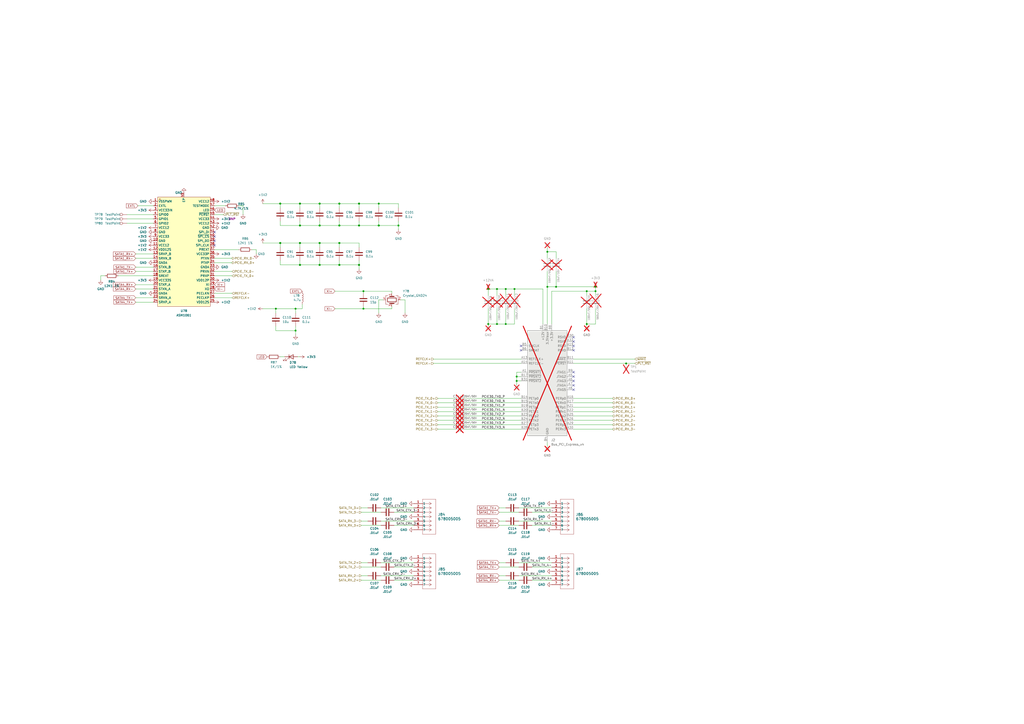
<source format=kicad_sch>
(kicad_sch (version 20250114) (generator "eeschema") (generator_version "9.0")
  (paper "A2")
  (title_block (title "Primer Carrier for LattePanda Mu") (date "2024-03-13") (rev "V1.0.0") (company "DFRobot"))
  (junction (at 210.82 179.07))
  (junction (at 196.85 153.67) (diameter 1.016))
  (junction (at 173.99 140.97) (diameter 1.016))
  (junction (at 299.72 220.98))
  (junction (at 363.22 210.82))
  (junction (at 283.21 187.96))
  (junction (at 196.85 118.11) (diameter 1.016))
  (junction (at 340.36 187.96))
  (junction (at 171.45 191.77))
  (junction (at 160.02 179.07))
  (junction (at 219.71 118.11))
  (junction (at 208.28 130.81) (diameter 1.016))
  (junction (at 299.72 218.44))
  (junction (at 345.44 168.91))
  (junction (at 345.44 166.37))
  (junction (at 162.56 140.97) (diameter 1.016))
  (junction (at 162.56 118.11) (diameter 1.016))
  (junction (at 171.45 179.07))
  (junction (at 196.85 130.81) (diameter 1.016))
  (junction (at 185.42 130.81) (diameter 1.016))
  (junction (at 210.82 168.91))
  (junction (at 219.71 130.81) (diameter 1.016))
  (junction (at 322.58 166.37))
  (junction (at 196.85 140.97) (diameter 1.016))
  (junction (at 298.45 167.64))
  (junction (at 208.28 118.11) (diameter 1.016))
  (junction (at 185.42 140.97) (diameter 1.016))
  (junction (at 231.14 130.81))
  (junction (at 293.37 187.96))
  (junction (at 208.28 153.67) (diameter 1.016))
  (junction (at 317.5 166.37))
  (junction (at 340.36 168.91))
  (junction (at 293.37 167.64))
  (junction (at 288.29 187.96))
  (junction (at 173.99 130.81) (diameter 1.016))
  (junction (at 288.29 167.64))
  (junction (at 185.42 118.11) (diameter 1.016))
  (junction (at 283.21 167.64))
  (junction (at 185.42 153.67) (diameter 1.016))
  (junction (at 173.99 118.11) (diameter 1.016))
  (junction (at 173.99 153.67) (diameter 1.016))
  (junction (at 317.5 146.05))
  (no_connect (at 302.26 200.66))
  (no_connect (at 332.74 215.9))
  (no_connect (at 332.74 218.44))
  (no_connect (at 124.46 134.62))
  (no_connect (at 332.74 220.98))
  (no_connect (at 332.74 226.06))
  (no_connect (at 124.46 139.7))
  (no_connect (at 332.74 198.12))
  (no_connect (at 332.74 223.52))
  (no_connect (at 124.46 142.24))
  (no_connect (at 124.46 137.16))
  (no_connect (at 302.26 203.2))
  (no_connect (at 332.74 195.58))
  (no_connect (at 332.74 200.66))
  (no_connect (at 332.74 203.2))
  (wire (pts (xy 196.85 118.11) (xy 208.28 118.11)))
  (wire (pts (xy 209.55 294.64) (xy 213.36 294.64)))
  (wire (pts (xy 185.42 140.97) (xy 185.42 143.51)))
  (wire (pts (xy 293.37 167.64) (xy 293.37 171.45)))
  (wire (pts (xy 196.85 140.97) (xy 208.28 140.97)))
  (wire (pts (xy 254 243.84) (xy 264.16 243.84)))
  (wire (pts (xy 58.42 160.02) (xy 60.96 160.02)))
  (wire (pts (xy 173.99 118.11) (xy 173.99 120.65)))
  (wire (pts (xy 269.24 238.76) (xy 302.26 238.76)))
  (wire (pts (xy 78.74 172.72) (xy 88.9 172.72)))
  (wire (pts (xy 300.99 334.01) (xy 320.04 334.01)))
  (wire (pts (xy 299.72 218.44) (xy 299.72 220.98)))
  (wire (pts (xy 289.56 302.26) (xy 293.37 302.26)))
  (wire (pts (xy 210.82 168.91) (xy 227.33 168.91)))
  (wire (pts (xy 185.42 118.11) (xy 196.85 118.11)))
  (wire (pts (xy 162.56 118.11) (xy 162.56 120.65)))
  (wire (pts (xy 308.61 297.18) (xy 320.04 297.18)))
  (wire (pts (xy 298.45 187.96) (xy 293.37 187.96)))
  (wire (pts (xy 322.58 146.05) (xy 317.5 146.05)))
  (wire (pts (xy 124.46 170.18) (xy 134.62 170.18)))
  (wire (pts (xy 165.1 207.01) (xy 162.56 207.01)))
  (wire (pts (xy 78.74 147.32) (xy 88.9 147.32)))
  (wire (pts (xy 254 238.76) (xy 264.16 238.76)))
  (wire (pts (xy 289.56 326.39) (xy 293.37 326.39)))
  (wire (pts (xy 172.72 207.01) (xy 173.99 207.01)))
  (wire (pts (xy 332.74 243.84) (xy 355.6 243.84)))
  (wire (pts (xy 173.99 130.81) (xy 185.42 130.81)))
  (wire (pts (xy 173.99 118.11) (xy 185.42 118.11)))
  (wire (pts (xy 314.96 187.96) (xy 314.96 167.64)))
  (wire (pts (xy 288.29 167.64) (xy 293.37 167.64)))
  (wire (pts (xy 208.28 140.97) (xy 208.28 143.51)))
  (wire (pts (xy 220.98 294.64) (xy 240.03 294.64)))
  (wire (pts (xy 332.74 236.22) (xy 355.6 236.22)))
  (wire (pts (xy 209.55 297.18) (xy 220.98 297.18)))
  (wire (pts (xy 78.74 175.26) (xy 88.9 175.26)))
  (wire (pts (xy 269.24 233.68) (xy 302.26 233.68)))
  (wire (pts (xy 130.81 119.38) (xy 124.46 119.38)))
  (wire (pts (xy 317.5 166.37) (xy 322.58 166.37)))
  (wire (pts (xy 185.42 130.81) (xy 196.85 130.81)))
  (wire (pts (xy 293.37 187.96) (xy 288.29 187.96)))
  (wire (pts (xy 308.61 304.8) (xy 320.04 304.8)))
  (wire (pts (xy 185.42 153.67) (xy 196.85 153.67)))
  (wire (pts (xy 219.71 173.99) (xy 219.71 181.61)))
  (wire (pts (xy 88.9 160.02) (xy 68.58 160.02)))
  (wire (pts (xy 162.56 140.97) (xy 173.99 140.97)))
  (wire (pts (xy 308.61 328.93) (xy 320.04 328.93)))
  (wire (pts (xy 317.5 157.48) (xy 317.5 166.37)))
  (wire (pts (xy 138.43 144.78) (xy 124.46 144.78)))
  (wire (pts (xy 210.82 168.91) (xy 210.82 170.18)))
  (wire (pts (xy 73.66 127) (xy 88.9 127)))
  (wire (pts (xy 134.62 160.02) (xy 124.46 160.02)))
  (wire (pts (xy 345.44 168.91) (xy 345.44 171.45)))
  (wire (pts (xy 140.97 119.38) (xy 140.97 124.46)))
  (wire (pts (xy 314.96 167.64) (xy 298.45 167.64)))
  (wire (pts (xy 317.5 256.54) (xy 317.5 259.08)))
  (wire (pts (xy 332.74 248.92) (xy 355.6 248.92)))
  (wire (pts (xy 302.26 215.9) (xy 299.72 215.9)))
  (wire (pts (xy 220.98 326.39) (xy 240.03 326.39)))
  (wire (pts (xy 289.56 297.18) (xy 300.99 297.18)))
  (wire (pts (xy 228.6 304.8) (xy 240.03 304.8)))
  (wire (pts (xy 332.74 233.68) (xy 355.6 233.68)))
  (wire (pts (xy 234.95 173.99) (xy 232.41 173.99)))
  (wire (pts (xy 231.14 118.11) (xy 219.71 118.11)))
  (wire (pts (xy 340.36 168.91) (xy 340.36 171.45)))
  (wire (pts (xy 228.6 297.18) (xy 240.03 297.18)))
  (wire (pts (xy 299.72 215.9) (xy 299.72 218.44)))
  (wire (pts (xy 269.24 231.14) (xy 302.26 231.14)))
  (wire (pts (xy 138.43 119.38) (xy 140.97 119.38)))
  (wire (pts (xy 134.62 157.48) (xy 124.46 157.48)))
  (wire (pts (xy 208.28 130.81) (xy 219.71 130.81)))
  (wire (pts (xy 160.02 191.77) (xy 171.45 191.77)))
  (wire (pts (xy 185.42 128.27) (xy 185.42 130.81)))
  (wire (pts (xy 209.55 328.93) (xy 220.98 328.93)))
  (wire (pts (xy 332.74 210.82) (xy 363.22 210.82)))
  (wire (pts (xy 73.66 124.46) (xy 88.9 124.46)))
  (wire (pts (xy 219.71 130.81) (xy 219.71 128.27)))
  (wire (pts (xy 208.28 128.27) (xy 208.28 130.81)))
  (wire (pts (xy 317.5 143.51) (xy 317.5 146.05)))
  (wire (pts (xy 340.36 168.91) (xy 345.44 168.91)))
  (wire (pts (xy 345.44 168.91) (xy 345.44 166.37)))
  (wire (pts (xy 209.55 302.26) (xy 213.36 302.26)))
  (wire (pts (xy 124.46 172.72) (xy 134.62 172.72)))
  (wire (pts (xy 208.28 118.11) (xy 219.71 118.11)))
  (wire (pts (xy 228.6 336.55) (xy 240.03 336.55)))
  (wire (pts (xy 185.42 118.11) (xy 185.42 120.65)))
  (wire (pts (xy 124.46 124.46) (xy 129.54 124.46)))
  (wire (pts (xy 254 248.92) (xy 264.16 248.92)))
  (wire (pts (xy 78.74 154.94) (xy 88.9 154.94)))
  (wire (pts (xy 302.26 218.44) (xy 299.72 218.44)))
  (wire (pts (xy 209.55 334.01) (xy 213.36 334.01)))
  (wire (pts (xy 196.85 130.81) (xy 208.28 130.81)))
  (wire (pts (xy 269.24 246.38) (xy 302.26 246.38)))
  (wire (pts (xy 185.42 151.13) (xy 185.42 153.67)))
  (wire (pts (xy 320.04 168.91) (xy 340.36 168.91)))
  (wire (pts (xy 173.99 151.13) (xy 173.99 153.67)))
  (wire (pts (xy 162.56 140.97) (xy 162.56 143.51)))
  (wire (pts (xy 308.61 336.55) (xy 320.04 336.55)))
  (wire (pts (xy 289.56 294.64) (xy 293.37 294.64)))
  (wire (pts (xy 208.28 153.67) (xy 208.28 151.13)))
  (wire (pts (xy 300.99 294.64) (xy 320.04 294.64)))
  (wire (pts (xy 332.74 231.14) (xy 355.6 231.14)))
  (wire (pts (xy 148.59 144.78) (xy 146.05 144.78)))
  (wire (pts (xy 283.21 187.96) (xy 283.21 189.23)))
  (wire (pts (xy 332.74 238.76) (xy 355.6 238.76)))
  (wire (pts (xy 298.45 171.45) (xy 298.45 167.64)))
  (wire (pts (xy 332.74 246.38) (xy 355.6 246.38)))
  (wire (pts (xy 160.02 179.07) (xy 171.45 179.07)))
  (wire (pts (xy 269.24 243.84) (xy 302.26 243.84)))
  (wire (pts (xy 219.71 118.11) (xy 219.71 120.65)))
  (wire (pts (xy 173.99 128.27) (xy 173.99 130.81)))
  (wire (pts (xy 283.21 167.64) (xy 288.29 167.64)))
  (wire (pts (xy 289.56 328.93) (xy 300.99 328.93)))
  (wire (pts (xy 196.85 153.67) (xy 208.28 153.67)))
  (wire (pts (xy 288.29 179.07) (xy 288.29 187.96)))
  (wire (pts (xy 171.45 179.07) (xy 171.45 181.61)))
  (wire (pts (xy 152.4 179.07) (xy 160.02 179.07)))
  (wire (pts (xy 196.85 140.97) (xy 196.85 143.51)))
  (wire (pts (xy 288.29 167.64) (xy 288.29 171.45)))
  (wire (pts (xy 175.26 176.53) (xy 175.26 179.07)))
  (wire (pts (xy 231.14 120.65) (xy 231.14 118.11)))
  (wire (pts (xy 209.55 326.39) (xy 213.36 326.39)))
  (wire (pts (xy 289.56 304.8) (xy 300.99 304.8)))
  (wire (pts (xy 293.37 167.64) (xy 298.45 167.64)))
  (wire (pts (xy 298.45 179.07) (xy 298.45 187.96)))
  (wire (pts (xy 160.02 189.23) (xy 160.02 191.77)))
  (wire (pts (xy 299.72 220.98) (xy 302.26 220.98)))
  (wire (pts (xy 251.46 210.82) (xy 302.26 210.82)))
  (wire (pts (xy 269.24 241.3) (xy 302.26 241.3)))
  (wire (pts (xy 254 241.3) (xy 264.16 241.3)))
  (wire (pts (xy 322.58 157.48) (xy 322.58 166.37)))
  (wire (pts (xy 254 233.68) (xy 264.16 233.68)))
  (wire (pts (xy 340.36 179.07) (xy 340.36 187.96)))
  (wire (pts (xy 289.56 334.01) (xy 293.37 334.01)))
  (wire (pts (xy 254 246.38) (xy 264.16 246.38)))
  (wire (pts (xy 317.5 187.96) (xy 317.5 166.37)))
  (wire (pts (xy 171.45 179.07) (xy 175.26 179.07)))
  (wire (pts (xy 220.98 302.26) (xy 240.03 302.26)))
  (wire (pts (xy 196.85 151.13) (xy 196.85 153.67)))
  (wire (pts (xy 209.55 336.55) (xy 220.98 336.55)))
  (wire (pts (xy 340.36 187.96) (xy 340.36 189.23)))
  (wire (pts (xy 194.31 179.07) (xy 210.82 179.07)))
  (wire (pts (xy 231.14 130.81) (xy 231.14 128.27)))
  (wire (pts (xy 209.55 304.8) (xy 220.98 304.8)))
  (wire (pts (xy 269.24 236.22) (xy 302.26 236.22)))
  (wire (pts (xy 148.59 147.32) (xy 148.59 144.78)))
  (wire (pts (xy 73.66 129.54) (xy 88.9 129.54)))
  (wire (pts (xy 227.33 179.07) (xy 227.33 177.8)))
  (wire (pts (xy 171.45 191.77) (xy 171.45 194.31)))
  (wire (pts (xy 196.85 128.27) (xy 196.85 130.81)))
  (wire (pts (xy 194.31 168.91) (xy 210.82 168.91)))
  (wire (pts (xy 58.42 162.56) (xy 58.42 160.02)))
  (wire (pts (xy 317.5 146.05) (xy 317.5 149.86)))
  (wire (pts (xy 210.82 177.8) (xy 210.82 179.07)))
  (wire (pts (xy 185.42 140.97) (xy 196.85 140.97)))
  (wire (pts (xy 300.99 326.39) (xy 320.04 326.39)))
  (wire (pts (xy 78.74 167.64) (xy 88.9 167.64)))
  (wire (pts (xy 208.28 153.67) (xy 208.28 156.21)))
  (wire (pts (xy 220.98 334.01) (xy 240.03 334.01)))
  (wire (pts (xy 227.33 170.18) (xy 227.33 168.91)))
  (wire (pts (xy 173.99 140.97) (xy 185.42 140.97)))
  (wire (pts (xy 222.25 173.99) (xy 219.71 173.99)))
  (wire (pts (xy 231.14 130.81) (xy 231.14 133.35)))
  (wire (pts (xy 219.71 130.81) (xy 231.14 130.81)))
  (wire (pts (xy 299.72 223.52) (xy 299.72 220.98)))
  (wire (pts (xy 269.24 248.92) (xy 302.26 248.92)))
  (wire (pts (xy 78.74 157.48) (xy 88.9 157.48)))
  (wire (pts (xy 293.37 179.07) (xy 293.37 187.96)))
  (wire (pts (xy 162.56 153.67) (xy 173.99 153.67)))
  (wire (pts (xy 162.56 130.81) (xy 173.99 130.81)))
  (wire (pts (xy 332.74 241.3) (xy 355.6 241.3)))
  (wire (pts (xy 160.02 179.07) (xy 160.02 181.61)))
  (wire (pts (xy 363.22 210.82) (xy 368.3 210.82)))
  (wire (pts (xy 173.99 153.67) (xy 185.42 153.67)))
  (wire (pts (xy 300.99 302.26) (xy 320.04 302.26)))
  (wire (pts (xy 162.56 128.27) (xy 162.56 130.81)))
  (wire (pts (xy 80.01 119.38) (xy 88.9 119.38)))
  (wire (pts (xy 289.56 336.55) (xy 300.99 336.55)))
  (wire (pts (xy 251.46 208.28) (xy 302.26 208.28)))
  (wire (pts (xy 152.4 118.11) (xy 162.56 118.11)))
  (wire (pts (xy 171.45 189.23) (xy 171.45 191.77)))
  (wire (pts (xy 254 236.22) (xy 264.16 236.22)))
  (wire (pts (xy 345.44 187.96) (xy 340.36 187.96)))
  (wire (pts (xy 254 231.14) (xy 264.16 231.14)))
  (wire (pts (xy 283.21 179.07) (xy 283.21 187.96)))
  (wire (pts (xy 345.44 179.07) (xy 345.44 187.96)))
  (wire (pts (xy 196.85 118.11) (xy 196.85 120.65)))
  (wire (pts (xy 78.74 165.1) (xy 88.9 165.1)))
  (wire (pts (xy 322.58 149.86) (xy 322.58 146.05)))
  (wire (pts (xy 162.56 151.13) (xy 162.56 153.67)))
  (wire (pts (xy 152.4 140.97) (xy 162.56 140.97)))
  (wire (pts (xy 173.99 140.97) (xy 173.99 143.51)))
  (wire (pts (xy 332.74 208.28) (xy 368.3 208.28)))
  (wire (pts (xy 320.04 168.91) (xy 320.04 187.96)))
  (wire (pts (xy 162.56 118.11) (xy 173.99 118.11)))
  (wire (pts (xy 78.74 149.86) (xy 88.9 149.86)))
  (wire (pts (xy 234.95 181.61) (xy 234.95 173.99)))
  (wire (pts (xy 228.6 328.93) (xy 240.03 328.93)))
  (wire (pts (xy 322.58 166.37) (xy 345.44 166.37)))
  (wire (pts (xy 210.82 179.07) (xy 227.33 179.07)))
  (wire (pts (xy 124.46 149.86) (xy 134.62 149.86)))
  (wire (pts (xy 283.21 167.64) (xy 283.21 171.45)))
  (wire (pts (xy 208.28 118.11) (xy 208.28 120.65)))
  (wire (pts (xy 288.29 187.96) (xy 283.21 187.96)))
  (wire (pts (xy 124.46 152.4) (xy 134.62 152.4)))
  (label "SATA_TX_1+" (at 303.53 294.64 0))
  (label "PCIE30_TX0_N" (at 279.4 233.68 0))
  (label "SATA_CRX_3+" (at 229.87 304.8 0))
  (label "PCIE30_TX3_P" (at 279.4 246.38 0))
  (label "PCIE30_TX2_P" (at 279.4 241.3 0))
  (label "SATA_CRX_2-" (at 222.25 334.01 0))
  (label "SATA_TX_1-" (at 309.88 297.18 0))
  (label "SATA_CRX_3-" (at 223.52 302.26 0))
  (label "SATA_RX_1-" (at 309.88 304.8 0))
  (label "PCIE30_TX0_P" (at 279.4 231.14 0))
  (label "SATA_RX_1+" (at 303.53 302.26 0))
  (label "PCIE30_TX3_N" (at 279.4 248.92 0))
  (label "SATA_CTX_3-" (at 229.87 297.18 0))
  (label "PCIE30_TX1_P" (at 279.4 236.22 0))
  (label "SATA_CTX_2+" (at 222.25 326.39 0))
  (label "SATA_RX_4+" (at 308.61 336.55 0))
  (label "SATA_CTX_2-" (at 228.6 328.93 0))
  (label "SATA_TX_4+" (at 302.26 326.39 0))
  (label "PCIE30_TX2_N" (at 279.4 243.84 0))
  (label "SATA_CRX_2+" (at 228.6 336.55 0))
  (label "SATA_TX_4-" (at 308.61 328.93 0))
  (label "SATA_RX_4-" (at 302.26 334.01 0))
  (label "SATA_CTX_3+" (at 223.52 294.64 0))
  (label "PCIE30_TX1_N" (at 279.4 238.76 0))
  (global_label "XI+" (shape input) (at 124.46 165.1 0) (property "Intersheetrefs" "${INTERSHEET_REFS}" (effects (hide yes))))
  (global_label "EXTL" (shape input) (at 175.26 168.91 180) (property "Intersheetrefs" "${INTERSHEET_REFS}" (effects (hide yes))))
  (global_label "SATA1_RX+" (shape input) (at 289.56 304.8 180) (property "Intersheetrefs" "${INTERSHEET_REFS}" (effects (hide yes))))
  (global_label "XI-" (shape input) (at 124.46 167.64 0) (property "Intersheetrefs" "${INTERSHEET_REFS}" (effects (hide yes))))
  (global_label "SATA1_RX-" (shape input) (at 289.56 302.26 180) (property "Intersheetrefs" "${INTERSHEET_REFS}" (effects (hide yes))))
  (global_label "SATA1_RX-" (shape input) (at 78.74 149.86 180) (property "Intersheetrefs" "${INTERSHEET_REFS}" (effects (hide yes))))
  (global_label "LED" (shape input) (at 154.94 207.01 180) (property "Intersheetrefs" "${INTERSHEET_REFS}" (effects (hide yes))))
  (global_label "SATA4_TX+" (shape input) (at 78.74 175.26 180) (property "Intersheetrefs" "${INTERSHEET_REFS}" (effects (hide yes))))
  (global_label "SATA4_RX-" (shape input) (at 289.56 334.01 180) (property "Intersheetrefs" "${INTERSHEET_REFS}" (effects (hide yes))))
  (global_label "SATA1_TX+" (shape input) (at 78.74 157.48 180) (property "Intersheetrefs" "${INTERSHEET_REFS}" (effects (hide yes))))
  (global_label "EXTL" (shape input) (at 80.01 119.38 180) (property "Intersheetrefs" "${INTERSHEET_REFS}" (effects (hide yes))))
  (global_label "SATA4_RX+" (shape input) (at 289.56 336.55 180) (property "Intersheetrefs" "${INTERSHEET_REFS}" (effects (hide yes))))
  (global_label "SATA1_TX-" (shape input) (at 289.56 297.18 180) (property "Intersheetrefs" "${INTERSHEET_REFS}" (effects (hide yes))))
  (global_label "SATA1_TX+" (shape input) (at 289.56 294.64 180) (property "Intersheetrefs" "${INTERSHEET_REFS}" (effects (hide yes))))
  (global_label "SATA1_RX+" (shape input) (at 78.74 147.32 180) (property "Intersheetrefs" "${INTERSHEET_REFS}" (effects (hide yes))))
  (global_label "LED" (shape input) (at 124.46 121.92 0) (property "Intersheetrefs" "${INTERSHEET_REFS}" (effects (hide yes))))
  (global_label "SATA4_TX+" (shape input) (at 289.56 326.39 180) (property "Intersheetrefs" "${INTERSHEET_REFS}" (effects (hide yes))))
  (global_label "SATA4_RX+" (shape input) (at 78.74 165.1 180) (property "Intersheetrefs" "${INTERSHEET_REFS}" (effects (hide yes))))
  (global_label "SATA1_TX-" (shape input) (at 78.74 154.94 180) (property "Intersheetrefs" "${INTERSHEET_REFS}" (effects (hide yes))))
  (global_label "XI+" (shape input) (at 194.31 168.91 180) (property "Intersheetrefs" "${INTERSHEET_REFS}" (effects (hide yes))))
  (global_label "SATA4_RX-" (shape input) (at 78.74 167.64 180) (property "Intersheetrefs" "${INTERSHEET_REFS}" (effects (hide yes))))
  (global_label "SATA4_TX-" (shape input) (at 289.56 328.93 180) (property "Intersheetrefs" "${INTERSHEET_REFS}" (effects (hide yes))))
  (global_label "SATA4_TX-" (shape input) (at 78.74 172.72 180) (property "Intersheetrefs" "${INTERSHEET_REFS}" (effects (hide yes))))
  (global_label "XI-" (shape input) (at 194.31 179.07 180) (property "Intersheetrefs" "${INTERSHEET_REFS}" (effects (hide yes))))
  (hierarchical_label "PCIE_TX_3-" (shape input) (at 254 248.92 180))
  (hierarchical_label "SATA_RX_2+" (shape input) (at 209.55 336.55 180))
  (hierarchical_label "SATA_TX_3+" (shape input) (at 209.55 294.64 180))
  (hierarchical_label "PCIE_RX_0-" (shape output) (at 355.6 233.68 0))
  (hierarchical_label "PCIE_TX_0+" (shape input) (at 254 231.14 180))
  (hierarchical_label "PCIE_TX_0-" (shape input) (at 134.62 157.48 0))
  (hierarchical_label "~{WAKE}" (shape input) (at 368.3 208.28 0))
  (hierarchical_label "PCIE_RX_0-" (shape output) (at 134.62 149.86 0))
  (hierarchical_label "~{PLT_RST}" (shape input) (at 129.54 124.46 0))
  (hierarchical_label "SATA_TX_3-" (shape input) (at 209.55 297.18 180))
  (hierarchical_label "SATA_RX_3-" (shape input) (at 209.55 302.26 180))
  (hierarchical_label "SATA_TX_2-" (shape input) (at 209.55 328.93 180))
  (hierarchical_label "PCIE_RX_3-" (shape output) (at 355.6 248.92 0))
  (hierarchical_label "PCIE_TX_2+" (shape input) (at 254 241.3 180))
  (hierarchical_label "REFCLK-" (shape input) (at 251.46 210.82 180))
  (hierarchical_label "PCIE_TX_3+" (shape input) (at 254 246.38 180))
  (hierarchical_label "REFCLK-" (shape input) (at 134.62 170.18 0))
  (hierarchical_label "PCIE_RX_1-" (shape output) (at 355.6 238.76 0))
  (hierarchical_label "PCIE_RX_2-" (shape output) (at 355.6 243.84 0))
  (hierarchical_label "SATA_RX_3+" (shape input) (at 209.55 304.8 180))
  (hierarchical_label "PCIE_RX_3+" (shape output) (at 355.6 246.38 0))
  (hierarchical_label "SATA_RX_2-" (shape input) (at 209.55 334.01 180))
  (hierarchical_label "PCIE_RX_0+" (shape output) (at 134.62 152.4 0))
  (hierarchical_label "PCIE_RX_1+" (shape output) (at 355.6 236.22 0))
  (hierarchical_label "REFCLK+" (shape input) (at 134.62 172.72 0))
  (hierarchical_label "REFCLK+" (shape input) (at 251.46 208.28 180))
  (hierarchical_label "~{PLT_RST}" (shape input) (at 368.3 210.82 0))
  (hierarchical_label "PCIE_TX_2-" (shape input) (at 254 243.84 180))
  (hierarchical_label "PCIE_RX_0+" (shape output) (at 355.6 231.14 0))
  (hierarchical_label "PCIE_TX_0+" (shape input) (at 134.62 160.02 0))
  (hierarchical_label "PCIE_TX_1-" (shape input) (at 254 238.76 180))
  (hierarchical_label "PCIE_TX_0-" (shape input) (at 254 233.68 180))
  (hierarchical_label "PCIE_TX_1+" (shape input) (at 254 236.22 180))
  (hierarchical_label "PCIE_RX_2+" (shape output) (at 355.6 241.3 0))
  (hierarchical_label "SATA_TX_2+" (shape input) (at 209.55 326.39 180))
  (symbol (lib_id "power:GND") (at 106.68 111.76 0) (mirror x) (unit 1)
    (property "Reference" "#PWR0121" (effects (hide yes)))
    (property "Value" "GND" (at 103.632 111.76 0))
  )
  (symbol (lib_id "Device:C") (at 304.8 297.18 90) (unit 1)
    (property "Reference" "C117" (at 304.8 289.56 90))
    (property "Value" ".01uF" (at 304.8 292.1 90))
    (property "Footprint" "Capacitor_SMD:C_0402_1005Metric" (effects (hide yes)))
    (property "DigiKey_PN" "490-4759-1-ND" (effects (hide yes)))
    (property "MFG_PN" "GCM155R71C104KA55D" (effects (hide yes)))
  )
  (symbol (lib_id "Device:C") (at 340.36 175.26 0) (unit 1) (in_bom no) (on_board no) (dnp yes)
    (property "Reference" "C15" (at 341.63 172.72 90) (effects (font (size 1 1))))
    (property "Value" "100nF/50V" (at 341.63 181.61 90) (effects (font (size 1 1))))
    (property "Footprint" "A_HDJ_Library:C_0402_1005Metric" (effects (hide yes)))
    (property "SCH_Show_Footprint" "C0402" (effects (hide yes)))
  )
  (symbol (lib_id "power:GND") (at 88.9 134.62 270) (unit 1)
    (property "Reference" "#PWR0160" (effects (hide yes)))
    (property "Value" "GND" (at 85.09 134.6199 90) (effects (justify right)))
  )
  (symbol (lib_id "power:GND") (at 140.97 124.46 0) (mirror y) (unit 1)
    (property "Reference" "#PWR0170" (effects (hide yes)))
    (property "Value" "GND" (at 140.97 129.54 0))
  )
  (symbol (lib_id "Device:R") (at 64.77 160.02 270) (mirror x) (unit 1)
    (property "Reference" "R84" (at 64.77 163.322 90))
    (property "Value" "12K1 1%" (at 64.77 165.862 90))
    (property "Footprint" "Resistor_SMD:R_0402_1005Metric" (effects (hide yes)))
    (property "DigiKey_PN" "311-12.1KLRCT-ND" (effects (hide yes)))
    (property "MFG_PN" "RC0402FR-0712K1L" (effects (hide yes)))
  )
  (symbol (lib_id "power:+3V3") (at 173.99 207.01 270) (unit 1)
    (property "Reference" "#PWR0182" (effects (hide yes)))
    (property "Value" "+3V3" (at 177.8 207.0099 90) (effects (justify left)))
  )
  (symbol (lib_id "Device:C") (at 196.85 124.46 0) (unit 1)
    (property "Reference" "C96" (at 200.66 123.1899 0) (effects (justify left)))
    (property "Value" "0.1u" (at 200.66 125.7299 0) (effects (justify left)))
    (property "Footprint" "Capacitor_SMD:C_0402_1005Metric" (effects (hide yes)))
    (property "DigiKey_PN" "490-4759-1-ND" (effects (hide yes)))
    (property "MFG_PN" "GCM155R71C104KA55D" (effects (hide yes)))
  )
  (symbol (lib_id "Device:C") (at 185.42 147.32 0) (unit 1)
    (property "Reference" "C95" (at 189.23 146.0499 0) (effects (justify left)))
    (property "Value" "0.1u" (at 189.23 148.5899 0) (effects (justify left)))
    (property "Footprint" "Capacitor_SMD:C_0402_1005Metric" (effects (hide yes)))
    (property "DigiKey_PN" "490-4759-1-ND" (effects (hide yes)))
    (property "MFG_PN" "GCM155R71C104KA55D" (effects (hide yes)))
  )
  (symbol (lib_id "power:GND") (at 171.45 194.31 0) (unit 1)
    (property "Reference" "#PWR0171" (effects (hide yes)))
    (property "Value" "GND" (at 171.45 199.39 0))
  )
  (symbol (lib_id "power:GND") (at 240.03 339.09 270) (unit 1)
    (property "Reference" "#PWR0168" (effects (hide yes)))
    (property "Value" "GND" (at 236.2589 339.0899 90) (effects (justify right)))
  )
  (symbol (lib_id "power:GND") (at 124.46 132.08 90) (unit 1)
    (property "Reference" "#PWR0159" (effects (hide yes)))
    (property "Value" "GND" (at 128.27 132.0799 90) (effects (justify right)))
  )
  (symbol (lib_id "power:GND") (at 240.03 323.85 270) (unit 1)
    (property "Reference" "#PWR0166" (effects (hide yes)))
    (property "Value" "GND" (at 236.22 323.8499 90) (effects (justify right)))
  )
  (symbol (lib_id "power:+1V2") (at 124.46 162.56 270) (unit 1)
    (property "Reference" "#PWR0150" (effects (hide yes)))
    (property "Value" "+1V2" (at 128.27 162.5599 90) (effects (justify left)))
    (property "Description" "Power symbol creates a global label with name \"+1V2\"" (effects (hide yes)))
  )
  (symbol (lib_id "Device:R") (at 134.62 119.38 270) (mirror x) (unit 1)
    (property "Reference" "R85" (at 139.954 118.364 90))
    (property "Value" "4.7K/1%" (at 139.954 120.904 90))
    (property "Footprint" "Resistor_SMD:R_0402_1005Metric" (effects (hide yes)))
    (property "DNP" "DNP" (at 134.62 127 90))
    (property "DigiKey_PN" "311-4.7KJRCT-ND" (effects (hide yes)))
    (property "MFG_PN" "RC0402JR-074K7L" (effects (hide yes)))
  )
  (symbol (lib_id "Device:C") (at 304.8 304.8 90) (unit 1)
    (property "Reference" "C118" (at 304.8 308.864 90))
    (property "Value" ".01uF" (at 304.8 311.404 90))
    (property "Footprint" "Capacitor_SMD:C_0402_1005Metric" (effects (hide yes)))
    (property "DigiKey_PN" "490-4759-1-ND" (effects (hide yes)))
    (property "MFG_PN" "GCM155R71C104KA55D" (effects (hide yes)))
  )
  (symbol (lib_id "Device:C") (at 217.17 302.26 90) (unit 1)
    (property "Reference" "C104" (at 217.17 306.578 90))
    (property "Value" ".01uF" (at 217.17 309.118 90))
    (property "Footprint" "Capacitor_SMD:C_0402_1005Metric" (effects (hide yes)))
    (property "DigiKey_PN" "490-4759-1-ND" (effects (hide yes)))
    (property "MFG_PN" "GCM155R71C104KA55D" (effects (hide yes)))
  )
  (symbol (lib_id "power:+3V3") (at 152.4 140.97 0) (unit 1)
    (property "Reference" "#PWR0143" (effects (hide yes)))
    (property "Value" "+3V3" (at 152.4 135.89 0))
  )
  (symbol (lib_id "Device:C_Small") (at 266.7 231.14 90) (unit 1) (in_bom no) (on_board no) (dnp yes)
    (property "Reference" "C1" (at 265.43 229.87 90) (effects (justify left)))
    (property "Value" "220nF/50V" (at 267.97 229.87 90) (effects (font (size 1 1)) (justify right)))
    (property "Footprint" "A_HDJ_Library:C_0402_1005Metric" (effects (hide yes)))
    (property "SCH_Show_Footprint" "C0402" (effects (hide yes)))
    (instances (project "[DFR1142]Lite Carrier for LattePanda Mu" (path "" (reference "C1") (unit 1))) (project "LPM-PCIeEx" (path "" (reference "C?") (unit 1))))
  )
  (symbol (lib_id "power:+3V3") (at 88.9 162.56 90) (unit 1)
    (property "Reference" "#PWR0145" (effects (hide yes)))
    (property "Value" "+3V3" (at 85.09 162.5599 90) (effects (justify left)))
  )
  (symbol (lib_id "power:GND") (at 317.5 259.08 0) (unit 1) (in_bom no) (on_board no) (dnp yes)
    (property "Reference" "#PWR017" (effects (hide yes)))
    (property "Value" "GND" (at 317.5 264.16 0))
    (instances (project "[DFR1142]Lite Carrier for LattePanda Mu" (path "" (reference "#PWR017") (unit 1))) (project "LPM-PCIeEx" (path "" (reference "#PWR?") (unit 1))))
  )
  (symbol (lib_id "Device:C_Polarized") (at 293.37 175.26 0) (unit 1) (in_bom no) (on_board no) (dnp yes)
    (property "Reference" "C11" (at 294.64 173.99 90) (effects (justify left)))
    (property "Value" "100uF/25V" (at 294.64 185.42 90) (effects (font (size 1 1)) (justify left)))
    (property "Footprint" "A_HDJ_Library:CP_Elec_6.3x7.7" (effects (hide yes)))
    (property "SCH_Show_Footprint" "C5x5.8" (effects (hide yes)))
  )
  (symbol (lib_id "power:+1V2") (at 88.9 142.24 90) (unit 1)
    (property "Reference" "#PWR0148" (effects (hide yes)))
    (property "Value" "+1V2" (at 85.09 142.2399 90) (effects (justify left)))
    (property "Description" "Power symbol creates a global label with name \"+1V2\"" (effects (hide yes)))
  )
  (symbol (lib_id "power:+1V2") (at 124.46 129.54 270) (unit 1)
    (property "Reference" "#PWR0153" (effects (hide yes)))
    (property "Value" "+1V2" (at 128.27 129.5399 90) (effects (justify left)))
    (property "Description" "Power symbol creates a global label with name \"+1V2\"" (effects (hide yes)))
  )
  (symbol (lib_id "Device:L") (at 175.26 172.72 0) (unit 1)
    (property "Reference" "L78" (at 170.18 171.4499 0) (effects (justify left)))
    (property "Value" "4.7u" (at 170.18 173.9899 0) (effects (justify left)))
    (property "Footprint" "Inductor_SMD:L_1008_2520Metric" (effects (hide yes)))
    (property "MFG_PN" "CVH252009-4R7M" (effects (hide yes)))
    (property "DigiKey_PN" "CVH252009-4R7MCT-ND" (effects (hide yes)))
  )
  (symbol (lib_id "power:GND") (at 58.42 162.56 0) (mirror y) (unit 1)
    (property "Reference" "#PWR0169" (effects (hide yes)))
    (property "Value" "GND" (at 58.42 167.64 0))
  )
  (symbol (lib_id "Device:C") (at 173.99 147.32 0) (unit 1)
    (property "Reference" "C93" (at 177.8 146.0499 0) (effects (justify left)))
    (property "Value" "0.1u" (at 177.8 148.5899 0) (effects (justify left)))
    (property "Footprint" "Capacitor_SMD:C_0402_1005Metric" (effects (hide yes)))
    (property "DigiKey_PN" "490-4759-1-ND" (effects (hide yes)))
    (property "MFG_PN" "GCM155R71C104KA55D" (effects (hide yes)))
  )
  (symbol (lib_id "power:GND") (at 299.72 223.52 0) (unit 1) (in_bom no) (on_board no) (dnp yes)
    (property "Reference" "#PWR015" (effects (hide yes)))
    (property "Value" "GND" (at 299.72 228.6 0))
    (instances (project "[DFR1142]Lite Carrier for LattePanda Mu" (path "" (reference "#PWR015") (unit 1))) (project "LPM-PCIeEx" (path "" (reference "#PWR?") (unit 1))))
  )
  (symbol (lib_id "power:GND") (at 219.71 181.61 0) (unit 1)
    (property "Reference" "#PWR0174" (effects (hide yes)))
    (property "Value" "GND" (at 219.71 186.69 0))
  )
  (symbol (lib_id "power:GND") (at 88.9 152.4 270) (unit 1)
    (property "Reference" "#PWR0156" (effects (hide yes)))
    (property "Value" "GND" (at 85.09 152.3999 90) (effects (justify right)))
  )
  (symbol (lib_id "power:GND") (at 148.59 147.32 0) (mirror y) (unit 1)
    (property "Reference" "#PWR0173" (effects (hide yes)))
    (property "Value" "GND" (at 151.638 147.32 0))
  )
  (symbol (lib_id "Device:C") (at 208.28 124.46 0) (unit 1)
    (property "Reference" "C98" (at 212.09 123.1899 0) (effects (justify left)))
    (property "Value" "0.1u" (at 212.09 125.7299 0) (effects (justify left)))
    (property "Footprint" "Capacitor_SMD:C_0402_1005Metric" (effects (hide yes)))
    (property "DigiKey_PN" "490-4759-1-ND" (effects (hide yes)))
    (property "MFG_PN" "GCM155R71C104KA55D" (effects (hide yes)))
  )
  (symbol (lib_id "Device:C") (at 283.21 175.26 0) (unit 1) (in_bom no) (on_board no) (dnp yes)
    (property "Reference" "C9" (at 284.48 172.72 90) (effects (font (size 1 1))))
    (property "Value" "100nF/50V" (at 284.48 181.61 90) (effects (font (size 1 1))))
    (property "Footprint" "A_HDJ_Library:C_0402_1005Metric" (effects (hide yes)))
    (property "SCH_Show_Footprint" "C0402" (effects (hide yes)))
  )
  (symbol (lib_id "power:GND") (at 320.04 339.09 270) (unit 1)
    (property "Reference" "#PWR0181" (effects (hide yes)))
    (property "Value" "GND" (at 316.2689 339.0899 90) (effects (justify right)))
  )
  (symbol (lib_id "power:GND") (at 240.03 307.34 270) (unit 1)
    (property "Reference" "#PWR0165" (effects (hide yes)))
    (property "Value" "GND" (at 236.2589 307.3399 90) (effects (justify right)))
  )
  (symbol (lib_id "Connector:TestPoint") (at 363.22 210.82 180) (unit 1) (in_bom no) (on_board no) (dnp yes)
    (property "Reference" "TP1" (at 365.76 212.852 0) (effects (justify right)))
    (property "Value" "TestPoint" (at 365.76 215.392 0) (effects (justify right)))
    (property "Footprint" "A_HDJ_Library:TestPoint_Pad_D1.5mm" (effects (hide yes)))
  )
  (symbol (lib_id "Device:C_Small") (at 266.7 248.92 90) (unit 1) (in_bom no) (on_board no) (dnp yes)
    (property "Reference" "C8" (at 265.43 247.65 90) (effects (justify left)))
    (property "Value" "220nF/50V" (at 267.97 247.65 90) (effects (font (size 1 1)) (justify right)))
    (property "Footprint" "A_HDJ_Library:C_0402_1005Metric" (effects (hide yes)))
    (property "SCH_Show_Footprint" "C0402" (effects (hide yes)))
    (instances (project "[DFR1142]Lite Carrier for LattePanda Mu" (path "" (reference "C8") (unit 1))) (project "LPM-PCIeEx" (path "" (reference "C?") (unit 1))))
  )
  (symbol (lib_id "Device:C") (at 217.17 294.64 90) (unit 1)
    (property "Reference" "C102" (at 217.17 287.02 90))
    (property "Value" ".01uF" (at 217.17 289.56 90))
    (property "Footprint" "Capacitor_SMD:C_0402_1005Metric" (effects (hide yes)))
    (property "DigiKey_PN" "490-4759-1-ND" (effects (hide yes)))
    (property "MFG_PN" "GCM155R71C104KA55D" (effects (hide yes)))
  )
  (symbol (lib_id "power:+1V2") (at 88.9 132.08 90) (unit 1)
    (property "Reference" "#PWR0147" (effects (hide yes)))
    (property "Value" "+1V2" (at 85.09 132.0799 90) (effects (justify left)))
    (property "Description" "Power symbol creates a global label with name \"+1V2\"" (effects (hide yes)))
  )
  (symbol (lib_id "Device:C_Polarized") (at 345.44 175.26 0) (unit 1) (in_bom no) (on_board no) (dnp yes)
    (property "Reference" "C16" (at 346.71 173.99 90) (effects (justify left)))
    (property "Value" "560uF/25V" (at 346.71 185.42 90) (effects (font (size 1 1)) (justify left)))
    (property "Footprint" "A_HDJ_Library:CP_Elec_6.3x7.7" (effects (hide yes)))
    (property "SCH_Show_Footprint" "C5x5.8" (effects (hide yes)))
  )
  (symbol (lib_id "Device:C") (at 322.58 153.67 0) (unit 1) (in_bom no) (on_board no) (dnp yes)
    (property "Reference" "C14" (at 323.85 151.13 90) (effects (font (size 1 1))))
    (property "Value" "10uF/10V" (at 323.85 160.02 90) (effects (font (size 1 1))))
    (property "Footprint" "A_HDJ_Library:C_0402_1005Metric" (effects (hide yes)))
    (property "SCH_Show_Footprint" "C0402" (effects (hide yes)))
  )
  (symbol (lib_id "power:+3V3") (at 88.9 121.92 90) (unit 1)
    (property "Reference" "#PWR0146" (effects (hide yes)))
    (property "Value" "+3V3" (at 85.09 121.9199 90) (effects (justify left)))
  )
  (symbol (lib_id "power:GND") (at 340.36 189.23 0) (unit 1) (in_bom no) (on_board no) (dnp yes)
    (property "Reference" "#PWR018" (effects (hide yes)))
    (property "Value" "GND" (at 340.36 194.31 0))
  )
  (symbol (lib_id "power:GND") (at 320.04 299.72 270) (unit 1)
    (property "Reference" "#PWR0177" (effects (hide yes)))
    (property "Value" "GND" (at 316.23 299.7199 90) (effects (justify right)))
  )
  (symbol (lib_id "power:GND") (at 320.04 331.47 270) (unit 1)
    (property "Reference" "#PWR0180" (effects (hide yes)))
    (property "Value" "GND" (at 316.23 331.4699 90) (effects (justify right)))
  )
  (symbol (lib_id "power:+3V3") (at 88.9 137.16 90) (unit 1)
    (property "Reference" "#PWR0144" (effects (hide yes)))
    (property "Value" "+3V3" (at 85.09 137.1599 90) (effects (justify left)))
  )
  (symbol (lib_id "Device:C") (at 196.85 147.32 0) (unit 1)
    (property "Reference" "C97" (at 200.66 146.0499 0) (effects (justify left)))
    (property "Value" "0.1u" (at 200.66 148.5899 0) (effects (justify left)))
    (property "Footprint" "Capacitor_SMD:C_0402_1005Metric" (effects (hide yes)))
    (property "DigiKey_PN" "490-4759-1-ND" (effects (hide yes)))
    (property "MFG_PN" "GCM155R71C104KA55D" (effects (hide yes)))
  )
  (symbol (lib_id "Device:C_Small") (at 266.7 241.3 90) (unit 1) (in_bom no) (on_board no) (dnp yes)
    (property "Reference" "C5" (at 265.43 240.03 90) (effects (justify left)))
    (property "Value" "220nF/50V" (at 267.97 240.03 90) (effects (font (size 1 1)) (justify right)))
    (property "Footprint" "A_HDJ_Library:C_0402_1005Metric" (effects (hide yes)))
    (property "SCH_Show_Footprint" "C0402" (effects (hide yes)))
    (instances (project "[DFR1142]Lite Carrier for LattePanda Mu" (path "" (reference "C5") (unit 1))) (project "LPM-PCIeEx" (path "" (reference "C?") (unit 1))))
  )
  (symbol (lib_id "Device:C") (at 210.82 173.99 0) (unit 1)
    (property "Reference" "C112" (at 214.63 172.7199 0) (effects (justify left)))
    (property "Value" "15p" (at 214.63 175.2599 0) (effects (justify left)))
    (property "Footprint" "Capacitor_SMD:C_0402_1005Metric" (effects (hide yes)))
    (property "DigiKey_PN" "490-11147-1-ND" (effects (hide yes)))
    (property "MFG_PN" "GCM1555C1H150JA16D" (effects (hide yes)))
  )
  (symbol (lib_id "power:GND") (at 208.28 156.21 0) (unit 1)
    (property "Reference" "#PWR0140" (effects (hide yes)))
    (property "Value" "GND" (at 208.28 161.29 0))
  )
  (symbol (lib_id "power:+1V2") (at 124.46 175.26 270) (unit 1)
    (property "Reference" "#PWR0151" (effects (hide yes)))
    (property "Value" "+1V2" (at 128.27 175.2599 90) (effects (justify left)))
    (property "Description" "Power symbol creates a global label with name \"+1V2\"" (effects (hide yes)))
  )
  (symbol (lib_id "Device:C") (at 224.79 297.18 90) (unit 1)
    (property "Reference" "C103" (at 224.79 289.56 90))
    (property "Value" ".01uF" (at 224.79 292.1 90))
    (property "Footprint" "Capacitor_SMD:C_0402_1005Metric" (effects (hide yes)))
    (property "DigiKey_PN" "490-4759-1-ND" (effects (hide yes)))
    (property "MFG_PN" "GCM155R71C104KA55D" (effects (hide yes)))
  )
  (symbol (lib_id "Device:C") (at 208.28 147.32 0) (unit 1)
    (property "Reference" "C99" (at 212.09 146.0499 0) (effects (justify left)))
    (property "Value" "0.1u" (at 212.09 148.5899 0) (effects (justify left)))
    (property "Footprint" "Capacitor_SMD:C_0402_1005Metric" (effects (hide yes)))
    (property "DigiKey_PN" "490-4759-1-ND" (effects (hide yes)))
    (property "MFG_PN" "GCM155R71C104KA55D" (effects (hide yes)))
  )
  (symbol (lib_id "power:GND") (at 124.46 154.94 90) (unit 1)
    (property "Reference" "#PWR0158" (effects (hide yes)))
    (property "Value" "GND" (at 128.27 154.9399 90) (effects (justify right)))
  )
  (symbol (lib_id "2025-07-27_04-45-58:678005005") (at 240.03 323.85 0) (unit 1)
    (property "Reference" "J85" (at 254 330.1999 0) (effects (font (size 1.524 1.524)) (justify left)))
    (property "Value" "678005005" (at 254 332.7399 0) (effects (font (size 1.524 1.524)) (justify left)))
    (property "Footprint" "A_HDJ_Library:CONN_67800-5005_MOL" (effects (hide yes)))
    (property "Datasheet" "678005005" (effects (hide yes)))
  )
  (symbol (lib_id "power:GND") (at 88.9 116.84 270) (unit 1)
    (property "Reference" "#PWR0162" (effects (hide yes)))
    (property "Value" "GND" (at 85.09 116.8399 90) (effects (justify right)))
  )
  (symbol (lib_id "Connector:TestPoint") (at 73.66 124.46 90) (mirror x) (unit 1)
    (property "Reference" "TP78" (at 59.69 124.46 90) (effects (justify left)))
    (property "Value" "TestPoint" (at 69.85 124.46 90) (effects (justify left)))
    (property "Footprint" "A_HDJ_Library:TestPoint_Pad_D1.5mm" (effects (hide yes)))
  )
  (symbol (lib_id "2025-07-27_04-45-58:678005005") (at 320.04 292.1 0) (unit 1)
    (property "Reference" "J86" (at 334.01 298.4499 0) (effects (font (size 1.524 1.524)) (justify left)))
    (property "Value" "678005005" (at 334.01 300.9899 0) (effects (font (size 1.524 1.524)) (justify left)))
    (property "Footprint" "A_HDJ_Library:CONN_67800-5005_MOL" (effects (hide yes)))
    (property "Datasheet" "678005005" (effects (hide yes)))
  )
  (symbol (lib_id "power:GND") (at 320.04 323.85 270) (unit 1)
    (property "Reference" "#PWR0179" (effects (hide yes)))
    (property "Value" "GND" (at 316.23 323.8499 90) (effects (justify right)))
  )
  (symbol (lib_id "power:+1V2") (at 152.4 179.07 90) (unit 1)
    (property "Reference" "#PWR0172" (effects (hide yes)))
    (property "Value" "+1V2" (at 148.59 179.0699 90) (effects (justify left)))
    (property "Description" "Power symbol creates a global label with name \"+1V2\"" (effects (hide yes)))
  )
  (symbol (lib_id "Device:C") (at 231.14 124.46 0) (unit 1)
    (property "Reference" "C101" (at 234.95 123.1899 0) (effects (justify left)))
    (property "Value" "0.1u" (at 234.95 125.7299 0) (effects (justify left)))
    (property "Footprint" "Capacitor_SMD:C_0402_1005Metric" (effects (hide yes)))
    (property "DigiKey_PN" "490-4759-1-ND" (effects (hide yes)))
    (property "MFG_PN" "GCM155R71C104KA55D" (effects (hide yes)))
  )
  (symbol (lib_id "Device:C") (at 224.79 304.8 90) (unit 1)
    (property "Reference" "C105" (at 224.79 308.864 90))
    (property "Value" ".01uF" (at 224.79 311.404 90))
    (property "Footprint" "Capacitor_SMD:C_0402_1005Metric" (effects (hide yes)))
    (property "DigiKey_PN" "490-4759-1-ND" (effects (hide yes)))
    (property "MFG_PN" "GCM155R71C104KA55D" (effects (hide yes)))
  )
  (symbol (lib_id "power:GND") (at 240.03 299.72 270) (unit 1)
    (property "Reference" "#PWR0163" (effects (hide yes)))
    (property "Value" "GND" (at 236.22 299.7199 90) (effects (justify right)))
  )
  (symbol (lib_id "Device:C") (at 185.42 124.46 0) (unit 1)
    (property "Reference" "C94" (at 189.23 123.1899 0) (effects (justify left)))
    (property "Value" "0.1u" (at 189.23 125.7299 0) (effects (justify left)))
    (property "Footprint" "Capacitor_SMD:C_0402_1005Metric" (effects (hide yes)))
    (property "DigiKey_PN" "490-4759-1-ND" (effects (hide yes)))
    (property "MFG_PN" "GCM155R71C104KA55D" (effects (hide yes)))
  )
  (symbol (lib_id "2025-07-27_04-45-58:678005005") (at 240.03 292.1 0) (unit 1)
    (property "Reference" "J84" (at 254 298.4499 0) (effects (font (size 1.524 1.524)) (justify left)))
    (property "Value" "678005005" (at 254 300.9899 0) (effects (font (size 1.524 1.524)) (justify left)))
    (property "Footprint" "A_HDJ_Library:CONN_67800-5005_MOL" (effects (hide yes)))
    (property "Datasheet" "678005005" (effects (hide yes)))
  )
  (symbol (lib_id "power:GND") (at 283.21 189.23 0) (unit 1) (in_bom no) (on_board no) (dnp yes)
    (property "Reference" "#PWR014" (effects (hide yes)))
    (property "Value" "GND" (at 283.21 194.31 0))
  )
  (symbol (lib_id "power:GND") (at 240.03 331.47 270) (unit 1)
    (property "Reference" "#PWR0167" (effects (hide yes)))
    (property "Value" "GND" (at 236.22 331.4699 90) (effects (justify right)))
  )
  (symbol (lib_id "power:GND") (at 234.95 181.61 0) (unit 1)
    (property "Reference" "#PWR0175" (effects (hide yes)))
    (property "Value" "GND" (at 234.95 186.69 0))
  )
  (symbol (lib_id "Device:C") (at 297.18 326.39 90) (unit 1)
    (property "Reference" "C115" (at 297.18 318.77 90))
    (property "Value" ".01uF" (at 297.18 321.31 90))
    (property "Footprint" "Capacitor_SMD:C_0402_1005Metric" (effects (hide yes)))
    (property "DigiKey_PN" "490-4759-1-ND" (effects (hide yes)))
    (property "MFG_PN" "GCM155R71C104KA55D" (effects (hide yes)))
  )
  (symbol (lib_id "Connector:Bus_PCI_Express_x4") (at 317.5 223.52 0) (unit 1) (in_bom no) (on_board no) (dnp yes)
    (property "Reference" "J2" (at 319.6941 255.27 0) (effects (justify left)))
    (property "Value" "Bus_PCI_Express_x4" (at 319.6941 257.81 0) (effects (justify left)))
    (property "Footprint" "A_HDJ_Library:PCIe_x4_Gen3Slot_Connectors" (effects (hide yes)))
    (property "Datasheet" "http://www.ritrontek.com/uploadfile/2016/1026/20161026105231124.pdf#page=63" (effects (hide yes)))
    (instances (project "[DFR1142]Lite Carrier for LattePanda Mu" (path "" (reference "J2") (unit 1))) (project "LPM-PCIeEx" (path "" (reference "J?") (unit 1))))
  )
  (symbol (lib_id "Connector:TestPoint") (at 73.66 129.54 90) (mirror x) (unit 1)
    (property "Reference" "TP80" (at 59.69 129.54 90) (effects (justify left)))
    (property "Value" "TestPoint" (at 69.85 129.54 90) (effects (justify left)))
    (property "Footprint" "A_HDJ_Library:TestPoint_Pad_D1.5mm" (effects (hide yes)))
  )
  (symbol (lib_id "power:+12VA") (at 283.21 167.64 0) (unit 1) (in_bom no) (on_board no) (dnp yes)
    (property "Reference" "#PWR013" (effects (hide yes)))
    (property "Value" "+12VA" (at 283.21 162.56 0))
  )
  (symbol (lib_id "ASM1166:ASM1061") (at 106.68 146.05 0) (unit 1)
    (property "Reference" "U78" (at 106.68 180.34 0))
    (property "Value" "ASM1061" (at 106.68 182.88 0))
    (property "Footprint" "ASM1166:QFN-48_L7.0-W7.0-P0.50-BL-EP4.1" (effects (hide yes)))
    (property "LCSC Part" "C2835235" (effects (hide yes)))
  )
  (symbol (lib_id "power:+3V3") (at 124.46 127 270) (unit 1)
    (property "Reference" "#PWR0154" (effects (hide yes)))
    (property "Value" "+3V3" (at 128.27 126.9999 90) (effects (justify left)))
  )
  (symbol (lib_id "Device:C_Small") (at 266.7 243.84 90) (unit 1) (in_bom no) (on_board no) (dnp yes)
    (property "Reference" "C6" (at 265.43 242.57 90) (effects (justify left)))
    (property "Value" "220nF/50V" (at 267.97 242.57 90) (effects (font (size 1 1)) (justify right)))
    (property "Footprint" "A_HDJ_Library:C_0402_1005Metric" (effects (hide yes)))
    (property "SCH_Show_Footprint" "C0402" (effects (hide yes)))
    (instances (project "[DFR1142]Lite Carrier for LattePanda Mu" (path "" (reference "C6") (unit 1))) (project "LPM-PCIeEx" (path "" (reference "C?") (unit 1))))
  )
  (symbol (lib_id "Device:C") (at 219.71 124.46 0) (unit 1)
    (property "Reference" "C100" (at 223.52 123.1899 0) (effects (justify left)))
    (property "Value" "0.1u" (at 223.52 125.7299 0) (effects (justify left)))
    (property "Footprint" "Capacitor_SMD:C_0402_1005Metric" (effects (hide yes)))
    (property "DigiKey_PN" "490-4759-1-ND" (effects (hide yes)))
    (property "MFG_PN" "GCM155R71C104KA55D" (effects (hide yes)))
  )
  (symbol (lib_id "Device:C") (at 297.18 302.26 90) (unit 1)
    (property "Reference" "C114" (at 297.18 306.578 90))
    (property "Value" ".01uF" (at 297.18 309.118 90))
    (property "Footprint" "Capacitor_SMD:C_0402_1005Metric" (effects (hide yes)))
    (property "DigiKey_PN" "490-4759-1-ND" (effects (hide yes)))
    (property "MFG_PN" "GCM155R71C104KA55D" (effects (hide yes)))
  )
  (symbol (lib_id "Device:C_Small") (at 266.7 236.22 90) (unit 1) (in_bom no) (on_board no) (dnp yes)
    (property "Reference" "C3" (at 265.43 234.95 90) (effects (justify left)))
    (property "Value" "220nF/50V" (at 267.97 234.95 90) (effects (font (size 1 1)) (justify right)))
    (property "Footprint" "A_HDJ_Library:C_0402_1005Metric" (effects (hide yes)))
    (property "SCH_Show_Footprint" "C0402" (effects (hide yes)))
    (instances (project "[DFR1142]Lite Carrier for LattePanda Mu" (path "" (reference "C3") (unit 1))) (project "LPM-PCIeEx" (path "" (reference "C?") (unit 1))))
  )
  (symbol (lib_id "Device:C_Polarized") (at 298.45 175.26 0) (unit 1) (in_bom no) (on_board no) (dnp yes)
    (property "Reference" "C12" (at 299.72 173.99 90) (effects (justify left)))
    (property "Value" "100uF/25V" (at 299.72 185.42 90) (effects (font (size 1 1)) (justify left)))
    (property "Footprint" "A_HDJ_Library:CP_Elec_6.3x7.7" (effects (hide yes)))
    (property "SCH_Show_Footprint" "C5x5.8" (effects (hide yes)))
  )
  (symbol (lib_id "Device:C") (at 304.8 328.93 90) (unit 1)
    (property "Reference" "C119" (at 304.8 321.31 90))
    (property "Value" ".01uF" (at 304.8 323.85 90))
    (property "Footprint" "Capacitor_SMD:C_0402_1005Metric" (effects (hide yes)))
    (property "DigiKey_PN" "490-4759-1-ND" (effects (hide yes)))
    (property "MFG_PN" "GCM155R71C104KA55D" (effects (hide yes)))
  )
  (symbol (lib_id "Device:Crystal_GND24") (at 227.33 173.99 270) (unit 1)
    (property "Reference" "Y78" (at 233.68 168.9099 90) (effects (justify left)))
    (property "Value" "Crystal_GND24" (at 233.68 171.4499 90) (effects (justify left)))
    (property "Footprint" "Crystal:Crystal_SMD_3225-4Pin_3.2x2.5mm" (effects (hide yes)))
    (property "DigiKey_PN" "1253-1744-1-ND" (effects (hide yes)))
    (property "MFG_PN" "CX3225SB20000H0FLJCC" (effects (hide yes)))
  )
  (symbol (lib_id "Device:C") (at 162.56 147.32 0) (unit 1)
    (property "Reference" "C91" (at 166.37 146.0499 0) (effects (justify left)))
    (property "Value" "0.1u" (at 166.37 148.5899 0) (effects (justify left)))
    (property "Footprint" "Capacitor_SMD:C_0402_1005Metric" (effects (hide yes)))
    (property "DigiKey_PN" "490-4759-1-ND" (effects (hide yes)))
    (property "MFG_PN" "GCM155R71C104KA55D" (effects (hide yes)))
  )
  (symbol (lib_id "Device:C") (at 173.99 124.46 0) (unit 1)
    (property "Reference" "C92" (at 177.8 123.1899 0) (effects (justify left)))
    (property "Value" "0.1u" (at 177.8 125.7299 0) (effects (justify left)))
    (property "Footprint" "Capacitor_SMD:C_0402_1005Metric" (effects (hide yes)))
    (property "DigiKey_PN" "490-4759-1-ND" (effects (hide yes)))
    (property "MFG_PN" "GCM155R71C104KA55D" (effects (hide yes)))
  )
  (symbol (lib_id "Device:C") (at 317.5 153.67 0) (unit 1) (in_bom no) (on_board no) (dnp yes)
    (property "Reference" "C13" (at 318.77 151.13 90) (effects (font (size 1 1))))
    (property "Value" "100nF/50V" (at 318.77 160.02 90) (effects (font (size 1 1))))
    (property "Footprint" "A_HDJ_Library:C_0402_1005Metric" (effects (hide yes)))
    (property "SCH_Show_Footprint" "C0402" (effects (hide yes)))
  )
  (symbol (lib_id "Device:C") (at 160.02 185.42 0) (unit 1)
    (property "Reference" "C110" (at 163.83 184.1499 0) (effects (justify left)))
    (property "Value" "10u" (at 163.83 186.6899 0) (effects (justify left)))
    (property "Footprint" "Capacitor_SMD:C_0805_2012Metric" (effects (hide yes)))
    (property "DigiKey_PN" "490-GRM21BR70J106KA73LCT-ND" (effects (hide yes)))
    (property "MFG_PN" "GRM21BR70J106KA73L" (effects (hide yes)))
  )
  (symbol (lib_id "power:GND") (at 88.9 170.18 270) (unit 1)
    (property "Reference" "#PWR0157" (effects (hide yes)))
    (property "Value" "GND" (at 85.09 170.1799 90) (effects (justify right)))
  )
  (symbol (lib_id "power:GND") (at 320.04 307.34 270) (unit 1)
    (property "Reference" "#PWR0178" (effects (hide yes)))
    (property "Value" "GND" (at 316.2689 307.3399 90) (effects (justify right)))
  )
  (symbol (lib_id "Device:C") (at 162.56 124.46 0) (unit 1)
    (property "Reference" "C90" (at 166.37 123.1899 0) (effects (justify left)))
    (property "Value" "0.1u" (at 166.37 125.7299 0) (effects (justify left)))
    (property "Footprint" "Capacitor_SMD:C_0402_1005Metric" (effects (hide yes)))
    (property "DigiKey_PN" "490-4759-1-ND" (effects (hide yes)))
    (property "MFG_PN" "GCM155R71C104KA55D" (effects (hide yes)))
  )
  (symbol (lib_id "Device:C") (at 171.45 185.42 0) (unit 1)
    (property "Reference" "C111" (at 175.26 184.1499 0) (effects (justify left)))
    (property "Value" "0.1u" (at 175.26 186.6899 0) (effects (justify left)))
    (property "Footprint" "Capacitor_SMD:C_0402_1005Metric" (effects (hide yes)))
    (property "DigiKey_PN" "490-4759-1-ND" (effects (hide yes)))
    (property "MFG_PN" "GCM155R71C104KA55D" (effects (hide yes)))
  )
  (symbol (lib_id "power:GND") (at 240.03 292.1 270) (unit 1)
    (property "Reference" "#PWR0164" (effects (hide yes)))
    (property "Value" "GND" (at 236.22 292.0999 90) (effects (justify right)))
  )
  (symbol (lib_id "power:GND") (at 317.5 143.51 180) (unit 1) (in_bom no) (on_board no) (dnp yes)
    (property "Reference" "#PWR016" (effects (hide yes)))
    (property "Value" "GND" (at 317.5 138.43 0))
  )
  (symbol (lib_id "power:+3V3") (at 124.46 147.32 270) (unit 1)
    (property "Reference" "#PWR0155" (effects (hide yes)))
    (property "Value" "+3V3" (at 128.27 147.3199 90) (effects (justify left)))
  )
  (symbol (lib_id "Device:C_Small") (at 266.7 233.68 90) (unit 1) (in_bom no) (on_board no) (dnp yes)
    (property "Reference" "C2" (at 265.43 232.41 90) (effects (justify left)))
    (property "Value" "220nF/50V" (at 267.97 232.41 90) (effects (font (size 1 1)) (justify right)))
    (property "Footprint" "A_HDJ_Library:C_0402_1005Metric" (effects (hide yes)))
    (property "SCH_Show_Footprint" "C0402" (effects (hide yes)))
    (instances (project "[DFR1142]Lite Carrier for LattePanda Mu" (path "" (reference "C2") (unit 1))) (project "LPM-PCIeEx" (path "" (reference "C?") (unit 1))))
  )
  (symbol (lib_id "Device:C") (at 224.79 336.55 270) (mirror x) (unit 1)
    (property "Reference" "C109" (at 224.79 340.614 90))
    (property "Value" ".01uF" (at 224.79 343.154 90))
    (property "Footprint" "Capacitor_SMD:C_0402_1005Metric" (effects (hide yes)))
    (property "DigiKey_PN" "490-4759-1-ND" (effects (hide yes)))
    (property "MFG_PN" "GCM155R71C104KA55D" (effects (hide yes)))
  )
  (symbol (lib_id "Device:C_Small") (at 266.7 238.76 90) (unit 1) (in_bom no) (on_board no) (dnp yes)
    (property "Reference" "C4" (at 265.43 237.49 90) (effects (justify left)))
    (property "Value" "220nF/50V" (at 267.97 237.49 90) (effects (font (size 1 1)) (justify right)))
    (property "Footprint" "A_HDJ_Library:C_0402_1005Metric" (effects (hide yes)))
    (property "SCH_Show_Footprint" "C0402" (effects (hide yes)))
    (instances (project "[DFR1142]Lite Carrier for LattePanda Mu" (path "" (reference "C4") (unit 1))) (project "LPM-PCIeEx" (path "" (reference "C?") (unit 1))))
  )
  (symbol (lib_id "power:GND") (at 231.14 133.35 0) (unit 1)
    (property "Reference" "#PWR0141" (effects (hide yes)))
    (property "Value" "GND" (at 231.14 138.43 0))
  )
  (symbol (lib_id "power:GND") (at 88.9 139.7 270) (unit 1)
    (property "Reference" "#PWR0161" (effects (hide yes)))
    (property "Value" "GND" (at 85.09 139.6999 90) (effects (justify right)))
  )
  (symbol (lib_id "Device:C_Small") (at 266.7 246.38 90) (unit 1) (in_bom no) (on_board no) (dnp yes)
    (property "Reference" "C7" (at 265.43 245.11 90) (effects (justify left)))
    (property "Value" "220nF/50V" (at 267.97 245.11 90) (effects (font (size 1 1)) (justify right)))
    (property "Footprint" "A_HDJ_Library:C_0402_1005Metric" (effects (hide yes)))
    (property "SCH_Show_Footprint" "C0402" (effects (hide yes)))
    (instances (project "[DFR1142]Lite Carrier for LattePanda Mu" (path "" (reference "C7") (unit 1))) (project "LPM-PCIeEx" (path "" (reference "C?") (unit 1))))
  )
  (symbol (lib_id "power:+3V3") (at 345.44 166.37 0) (unit 1) (in_bom no) (on_board no) (dnp yes)
    (property "Reference" "#PWR019" (effects (hide yes)))
    (property "Value" "+3V3" (at 345.44 161.29 0))
  )
  (symbol (lib_id "Device:C") (at 217.17 326.39 270) (mirror x) (unit 1)
    (property "Reference" "C106" (at 217.17 318.77 90))
    (property "Value" ".01uF" (at 217.17 321.31 90))
    (property "Footprint" "Capacitor_SMD:C_0402_1005Metric" (effects (hide yes)))
    (property "DigiKey_PN" "490-4759-1-ND" (effects (hide yes)))
    (property "MFG_PN" "GCM155R71C104KA55D" (effects (hide yes)))
  )
  (symbol (lib_id "Device:C") (at 304.8 336.55 90) (unit 1)
    (property "Reference" "C120" (at 304.8 340.614 90))
    (property "Value" ".01uF" (at 304.8 343.154 90))
    (property "Footprint" "Capacitor_SMD:C_0402_1005Metric" (effects (hide yes)))
    (property "DigiKey_PN" "490-4759-1-ND" (effects (hide yes)))
    (property "MFG_PN" "GCM155R71C104KA55D" (effects (hide yes)))
  )
  (symbol (lib_id "power:+1V2") (at 152.4 118.11 0) (unit 1)
    (property "Reference" "#PWR0142" (effects (hide yes)))
    (property "Value" "+1V2" (at 152.4 113.03 0))
    (property "Description" "Power symbol creates a global label with name \"+1V2\"" (effects (hide yes)))
  )
  (symbol (lib_id "Device:R") (at 158.75 207.01 270) (unit 1)
    (property "Reference" "R87" (at 156.845 210.1849 90) (effects (justify left)))
    (property "Value" "1K/1%" (at 156.845 212.7249 90) (effects (justify left)))
    (property "Footprint" "Resistor_SMD:R_0402_1005Metric" (effects (hide yes)))
    (property "DigiKey_PN" "311-1.0KJRCT-ND" (effects (hide yes)))
    (property "MFG_PN" "RC0402JR-071KL" (effects (hide yes)))
  )
  (symbol (lib_id "2025-07-27_04-45-58:678005005") (at 320.04 323.85 0) (unit 1)
    (property "Reference" "J87" (at 334.01 330.1999 0) (effects (font (size 1.524 1.524)) (justify left)))
    (property "Value" "678005005" (at 334.01 332.7399 0) (effects (font (size 1.524 1.524)) (justify left)))
    (property "Footprint" "A_HDJ_Library:CONN_67800-5005_MOL" (effects (hide yes)))
    (property "Datasheet" "678005005" (effects (hide yes)))
  )
  (symbol (lib_id "Device:C") (at 297.18 294.64 90) (unit 1)
    (property "Reference" "C113" (at 297.18 287.02 90))
    (property "Value" ".01uF" (at 297.18 289.56 90))
    (property "Footprint" "Capacitor_SMD:C_0402_1005Metric" (effects (hide yes)))
    (property "DigiKey_PN" "490-4759-1-ND" (effects (hide yes)))
    (property "MFG_PN" "GCM155R71C104KA55D" (effects (hide yes)))
  )
  (symbol (lib_id "Device:R") (at 142.24 144.78 270) (mirror x) (unit 1)
    (property "Reference" "R86" (at 142.24 138.43 90))
    (property "Value" "12K1 1%" (at 142.24 140.97 90))
    (property "Footprint" "Resistor_SMD:R_0402_1005Metric" (effects (hide yes)))
    (property "DigiKey_PN" "311-12.1KLRCT-ND" (effects (hide yes)))
    (property "MFG_PN" "RC0402FR-0712K1L" (effects (hide yes)))
  )
  (symbol (lib_id "Device:C") (at 297.18 334.01 90) (unit 1)
    (property "Reference" "C116" (at 297.18 338.328 90))
    (property "Value" ".01uF" (at 297.18 340.868 90))
    (property "Footprint" "Capacitor_SMD:C_0402_1005Metric" (effects (hide yes)))
    (property "DigiKey_PN" "490-4759-1-ND" (effects (hide yes)))
    (property "MFG_PN" "GCM155R71C104KA55D" (effects (hide yes)))
  )
  (symbol (lib_id "power:GND") (at 320.04 292.1 270) (unit 1)
    (property "Reference" "#PWR0176" (effects (hide yes)))
    (property "Value" "GND" (at 316.23 292.0999 90) (effects (justify right)))
  )
  (symbol (lib_id "Device:LED") (at 168.91 207.01 0) (unit 1)
    (property "Reference" "D78" (at 167.894 210.312 0) (effects (justify left)))
    (property "Value" "LED Yellow" (at 167.894 212.852 0) (effects (justify left)))
    (property "Footprint" "LED_SMD:LED_0603_1608Metric" (effects (hide yes)))
    (property "DigiKey_PN" "SML-D12Y1WT86CT-ND" (effects (hide yes)))
    (property "MFG_PN" "SML-D12Y1WT86" (effects (hide yes)))
  )
  (symbol (lib_id "power:+1V2") (at 124.46 116.84 270) (unit 1)
    (property "Reference" "#PWR0152" (effects (hide yes)))
    (property "Value" "+1V2" (at 128.27 116.8399 90) (effects (justify left)))
    (property "Description" "Power symbol creates a global label with name \"+1V2\"" (effects (hide yes)))
  )
  (symbol (lib_id "Device:C") (at 224.79 328.93 270) (mirror x) (unit 1)
    (property "Reference" "C108" (at 224.79 321.31 90))
    (property "Value" ".01uF" (at 224.79 323.85 90))
    (property "Footprint" "Capacitor_SMD:C_0402_1005Metric" (effects (hide yes)))
    (property "DigiKey_PN" "490-4759-1-ND" (effects (hide yes)))
    (property "MFG_PN" "GCM155R71C104KA55D" (effects (hide yes)))
  )
  (symbol (lib_id "power:+1V2") (at 88.9 144.78 90) (unit 1)
    (property "Reference" "#PWR0149" (effects (hide yes)))
    (property "Value" "+1V2" (at 85.09 144.7799 90) (effects (justify left)))
    (property "Description" "Power symbol creates a global label with name \"+1V2\"" (effects (hide yes)))
  )
  (symbol (lib_id "Device:C") (at 288.29 175.26 0) (unit 1) (in_bom no) (on_board no) (dnp yes)
    (property "Reference" "C10" (at 289.56 172.72 90) (effects (font (size 1 1))))
    (property "Value" "100nF/50V" (at 289.56 181.61 90) (effects (font (size 1 1))))
    (property "Footprint" "A_HDJ_Library:C_0402_1005Metric" (effects (hide yes)))
    (property "SCH_Show_Footprint" "C0402" (effects (hide yes)))
  )
  (symbol (lib_id "Connector:TestPoint") (at 73.66 127 90) (mirror x) (unit 1)
    (property "Reference" "TP79" (at 59.69 127 90) (effects (justify left)))
    (property "Value" "TestPoint" (at 69.85 127 90) (effects (justify left)))
    (property "Footprint" "A_HDJ_Library:TestPoint_Pad_D1.5mm" (effects (hide yes)))
  )
  (symbol (lib_id "Device:C") (at 217.17 334.01 270) (mirror x) (unit 1)
    (property "Reference" "C107" (at 217.17 338.328 90))
    (property "Value" ".01uF" (at 217.17 340.868 90))
    (property "Footprint" "Capacitor_SMD:C_0402_1005Metric" (effects (hide yes)))
    (property "DigiKey_PN" "490-4759-1-ND" (effects (hide yes)))
    (property "MFG_PN" "GCM155R71C104KA55D" (effects (hide yes)))
  )
)
</source>
